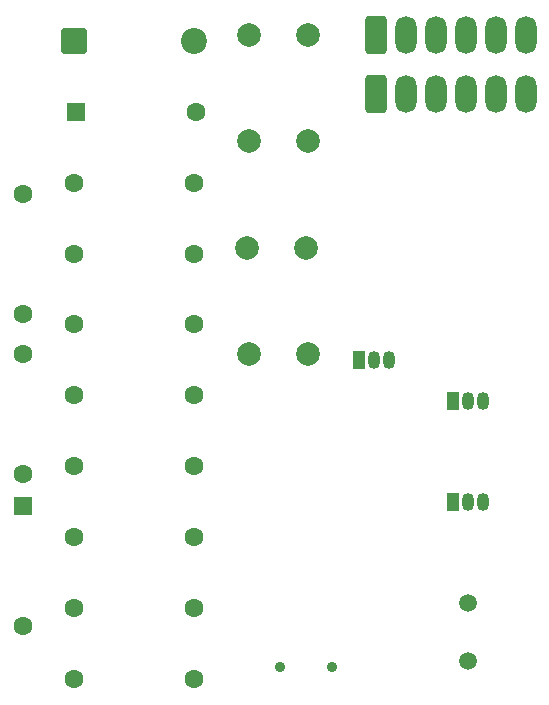
<source format=gbr>
%TF.GenerationSoftware,KiCad,Pcbnew,9.0.2*%
%TF.CreationDate,2025-06-01T20:35:33+02:00*%
%TF.ProjectId,IBIS,49424953-2e6b-4696-9361-645f70636258,rev?*%
%TF.SameCoordinates,Original*%
%TF.FileFunction,Soldermask,Bot*%
%TF.FilePolarity,Negative*%
%FSLAX46Y46*%
G04 Gerber Fmt 4.6, Leading zero omitted, Abs format (unit mm)*
G04 Created by KiCad (PCBNEW 9.0.2) date 2025-06-01 20:35:33*
%MOMM*%
%LPD*%
G01*
G04 APERTURE LIST*
G04 Aperture macros list*
%AMRoundRect*
0 Rectangle with rounded corners*
0 $1 Rounding radius*
0 $2 $3 $4 $5 $6 $7 $8 $9 X,Y pos of 4 corners*
0 Add a 4 corners polygon primitive as box body*
4,1,4,$2,$3,$4,$5,$6,$7,$8,$9,$2,$3,0*
0 Add four circle primitives for the rounded corners*
1,1,$1+$1,$2,$3*
1,1,$1+$1,$4,$5*
1,1,$1+$1,$6,$7*
1,1,$1+$1,$8,$9*
0 Add four rect primitives between the rounded corners*
20,1,$1+$1,$2,$3,$4,$5,0*
20,1,$1+$1,$4,$5,$6,$7,0*
20,1,$1+$1,$6,$7,$8,$9,0*
20,1,$1+$1,$8,$9,$2,$3,0*%
G04 Aperture macros list end*
%ADD10R,1.050000X1.500000*%
%ADD11O,1.050000X1.500000*%
%ADD12C,1.600000*%
%ADD13C,2.000000*%
%ADD14C,0.900000*%
%ADD15RoundRect,0.250000X-0.550000X0.550000X-0.550000X-0.550000X0.550000X-0.550000X0.550000X0.550000X0*%
%ADD16RoundRect,0.250000X-0.650000X-1.350000X0.650000X-1.350000X0.650000X1.350000X-0.650000X1.350000X0*%
%ADD17O,1.800000X3.200000*%
%ADD18RoundRect,0.250000X-0.550000X-0.550000X0.550000X-0.550000X0.550000X0.550000X-0.550000X0.550000X0*%
%ADD19C,1.500000*%
%ADD20RoundRect,0.249999X-0.850001X-0.850001X0.850001X-0.850001X0.850001X0.850001X-0.850001X0.850001X0*%
%ADD21C,2.200000*%
G04 APERTURE END LIST*
D10*
%TO.C,T2*%
X90460000Y-85000000D03*
D11*
X91730000Y-85000000D03*
X93000000Y-85000000D03*
%TD*%
D12*
%TO.C,R1*%
X54000000Y-82660000D03*
X54000000Y-72500000D03*
%TD*%
D13*
%TO.C,C3*%
X73000000Y-63500000D03*
X78000000Y-63500000D03*
%TD*%
%TO.C,C2*%
X73140000Y-54500000D03*
X78140000Y-54500000D03*
%TD*%
D14*
%TO.C,J1*%
X75800000Y-98975000D03*
X80200000Y-98975000D03*
%TD*%
D12*
%TO.C,R4*%
X58340000Y-64000000D03*
X68500000Y-64000000D03*
%TD*%
D13*
%TO.C,C4*%
X73140000Y-72500000D03*
X78140000Y-72500000D03*
%TD*%
D12*
%TO.C,R8*%
X58340000Y-88000000D03*
X68500000Y-88000000D03*
%TD*%
%TO.C,R3*%
X58340000Y-58000000D03*
X68500000Y-58000000D03*
%TD*%
D10*
%TO.C,T0*%
X82460000Y-73000000D03*
D11*
X83730000Y-73000000D03*
X85000000Y-73000000D03*
%TD*%
D15*
%TO.C,D1*%
X54000000Y-85340000D03*
D12*
X54000000Y-95500000D03*
%TD*%
%TO.C,R5*%
X58340000Y-70000000D03*
X68500000Y-70000000D03*
%TD*%
D16*
%TO.C,J2*%
X83890000Y-45500000D03*
X83890000Y-50500000D03*
D17*
X86430000Y-45500000D03*
X86430000Y-50500000D03*
X88970000Y-45500000D03*
X88970000Y-50500000D03*
X91510000Y-45500000D03*
X91510000Y-50500000D03*
X94050000Y-45500000D03*
X94050000Y-50500000D03*
X96590000Y-45500000D03*
X96590000Y-50500000D03*
%TD*%
D18*
%TO.C,D2*%
X58500000Y-52000000D03*
D12*
X68660000Y-52000000D03*
%TD*%
D19*
%TO.C,X1*%
X91730000Y-98500000D03*
X91730000Y-93620000D03*
%TD*%
D12*
%TO.C,R6*%
X58340000Y-76000000D03*
X68500000Y-76000000D03*
%TD*%
D20*
%TO.C,D3*%
X58340000Y-46000000D03*
D21*
X68500000Y-46000000D03*
%TD*%
D10*
%TO.C,T1*%
X90460000Y-76500000D03*
D11*
X91730000Y-76500000D03*
X93000000Y-76500000D03*
%TD*%
D12*
%TO.C,R9*%
X58340000Y-94000000D03*
X68500000Y-94000000D03*
%TD*%
%TO.C,R7*%
X58340000Y-82000000D03*
X68500000Y-82000000D03*
%TD*%
D13*
%TO.C,C1*%
X73140000Y-45500000D03*
X78140000Y-45500000D03*
%TD*%
D12*
%TO.C,R2*%
X54000000Y-69160000D03*
X54000000Y-59000000D03*
%TD*%
%TO.C,R10*%
X58340000Y-100000000D03*
X68500000Y-100000000D03*
%TD*%
M02*

</source>
